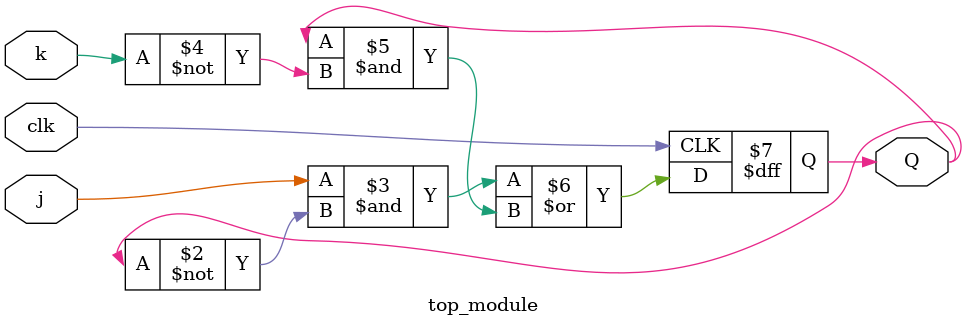
<source format=v>
module top_module (
    input clk,
    input j,
    input k,
    output Q); 
    always@(posedge clk)
        begin
            Q<=(j&~Q) | (Q&~k) ;
        end
endmodule

</source>
